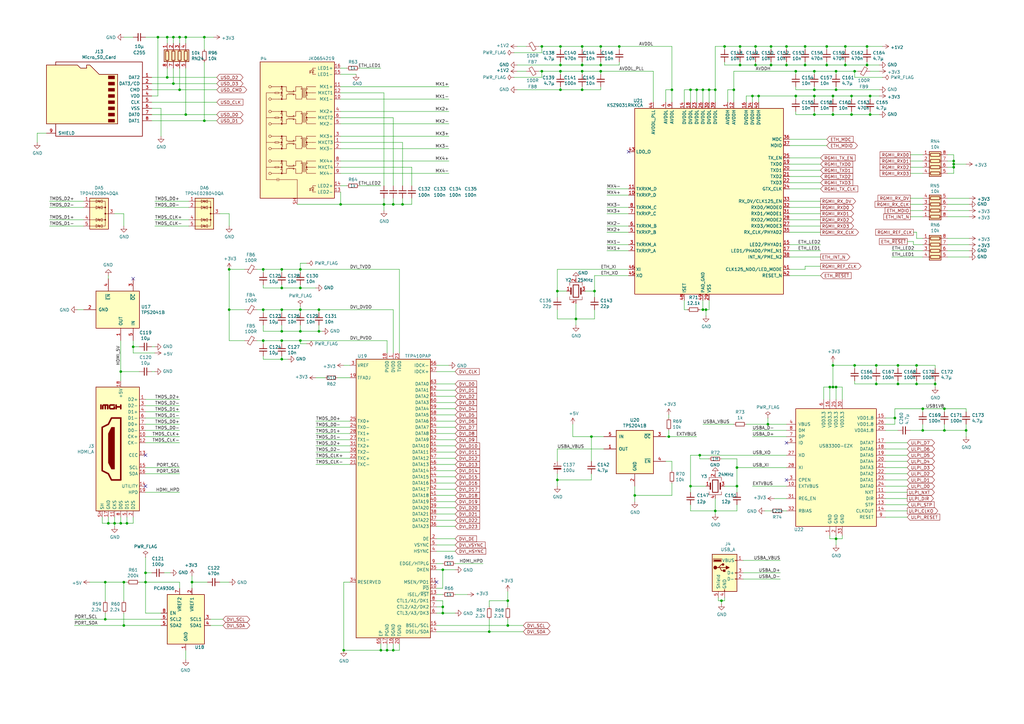
<source format=kicad_sch>
(kicad_sch (version 20211123) (generator eeschema)

  (uuid 3bd74833-a755-446f-8aa1-430ab83471b4)

  (paper "A3")

  

  (junction (at 330.2 26.67) (diameter 0) (color 0 0 0 0)
    (uuid 01457e33-66ac-49e0-9033-79afcb1684db)
  )
  (junction (at 107.95 110.49) (diameter 0) (color 0 0 0 0)
    (uuid 01eecbde-a293-4e72-9ab7-4a5a43218203)
  )
  (junction (at 50.8 238.76) (diameter 0) (color 0 0 0 0)
    (uuid 04b002c5-b0ed-45ea-8acf-6f312ef24433)
  )
  (junction (at 242.57 179.07) (diameter 0) (color 0 0 0 0)
    (uuid 04c88aad-4327-4139-9219-ce6c34f549b0)
  )
  (junction (at 222.25 29.21) (diameter 0) (color 0 0 0 0)
    (uuid 062c5eb7-6836-4bfa-ad81-bf90341d9ed5)
  )
  (junction (at 378.46 176.53) (diameter 0) (color 0 0 0 0)
    (uuid 08bb1afe-a1b6-4526-a9d0-eb5567e3b97c)
  )
  (junction (at 322.58 26.67) (diameter 0) (color 0 0 0 0)
    (uuid 0a01faa3-63b0-48c0-9d41-b752f1de557c)
  )
  (junction (at 254 19.05) (diameter 0) (color 0 0 0 0)
    (uuid 0a387cb0-d479-4aca-9183-6e2fca7f8960)
  )
  (junction (at 123.19 118.11) (diameter 0) (color 0 0 0 0)
    (uuid 0b5ec94a-26df-467c-a489-3c8bcd3fe13d)
  )
  (junction (at 356.87 46.99) (diameter 0) (color 0 0 0 0)
    (uuid 0b6dfab0-dd27-46eb-a9e5-8242d595db25)
  )
  (junction (at 123.19 127) (diameter 0) (color 0 0 0 0)
    (uuid 0d7b6121-7f90-44b2-bdc3-d3f8e3779c1e)
  )
  (junction (at 375.92 157.48) (diameter 0) (color 0 0 0 0)
    (uuid 0e787796-469b-455c-8998-94108cb860b4)
  )
  (junction (at 311.15 39.37) (diameter 0) (color 0 0 0 0)
    (uuid 110987fe-4f33-4568-96f4-a15ba51a26fb)
  )
  (junction (at 342.9 36.83) (diameter 0) (color 0 0 0 0)
    (uuid 11502986-ef60-48a2-9107-6ce72ea61e0b)
  )
  (junction (at 326.39 39.37) (diameter 0) (color 0 0 0 0)
    (uuid 13c319b1-fad2-4bb6-bfb1-e351130e5cd3)
  )
  (junction (at 73.66 15.24) (diameter 0) (color 0 0 0 0)
    (uuid 1651b684-e3e9-4a15-acf6-2aa546db287e)
  )
  (junction (at 391.16 68.58) (diameter 0) (color 0 0 0 0)
    (uuid 16872fdd-8c6c-4def-88e5-e8d068ac77b4)
  )
  (junction (at 297.18 19.05) (diameter 0) (color 0 0 0 0)
    (uuid 18bbdfbf-6e37-4669-b13d-574508abaef4)
  )
  (junction (at 200.66 259.08) (diameter 0) (color 0 0 0 0)
    (uuid 1d06ed06-5865-4bc1-8800-660cd3551932)
  )
  (junction (at 229.87 29.21) (diameter 0) (color 0 0 0 0)
    (uuid 1e061015-309e-4ce5-b322-afc341ef6844)
  )
  (junction (at 139.7 83.82) (diameter 0) (color 0 0 0 0)
    (uuid 20d25cef-ebb6-4a11-9c91-dc241224cf11)
  )
  (junction (at 229.87 26.67) (diameter 0) (color 0 0 0 0)
    (uuid 227e9c58-ab94-453b-9102-a63e55175dd2)
  )
  (junction (at 375.92 149.86) (diameter 0) (color 0 0 0 0)
    (uuid 23a52edf-37ff-4d13-a513-732edf33aba9)
  )
  (junction (at 107.95 139.7) (diameter 0) (color 0 0 0 0)
    (uuid 25cb18bf-d44f-452a-b786-c6831b0227de)
  )
  (junction (at 339.09 26.67) (diameter 0) (color 0 0 0 0)
    (uuid 284132f2-8c49-491a-9b8e-f6cffd426317)
  )
  (junction (at 326.39 29.21) (diameter 0) (color 0 0 0 0)
    (uuid 2a128a07-a6c7-4ded-b488-2b71ebe50931)
  )
  (junction (at 391.16 66.04) (diameter 0) (color 0 0 0 0)
    (uuid 2b5bc44a-2b24-4594-b714-8783625cfa9c)
  )
  (junction (at 161.29 83.82) (diameter 0) (color 0 0 0 0)
    (uuid 2ce15560-87e2-4227-ac08-0adeae2f86f4)
  )
  (junction (at 115.57 127) (diameter 0) (color 0 0 0 0)
    (uuid 2dc0ff42-a024-4f7e-b860-fa3f7a5c12c9)
  )
  (junction (at 76.2 46.99) (diameter 0) (color 0 0 0 0)
    (uuid 2ed4c491-5c88-4c70-8a70-1b8f68b5af75)
  )
  (junction (at 287.02 186.69) (diameter 0) (color 0 0 0 0)
    (uuid 30855da1-a798-47ba-9a14-898099c3f495)
  )
  (junction (at 115.57 147.32) (diameter 0) (color 0 0 0 0)
    (uuid 33bd04f3-9a8e-4dbf-b6ed-9b91448781b6)
  )
  (junction (at 341.63 158.75) (diameter 0) (color 0 0 0 0)
    (uuid 35effd3a-84fe-4268-bade-3a4b727c5e22)
  )
  (junction (at 107.95 127) (diameter 0) (color 0 0 0 0)
    (uuid 360ca8ec-0b3c-49cc-b043-c78dd2637480)
  )
  (junction (at 83.82 15.24) (diameter 0) (color 0 0 0 0)
    (uuid 3843b0fe-0527-4128-8f26-3759f682d208)
  )
  (junction (at 341.63 46.99) (diameter 0) (color 0 0 0 0)
    (uuid 3853fd75-af9d-45da-8752-a36110490c69)
  )
  (junction (at 342.9 220.98) (diameter 0) (color 0 0 0 0)
    (uuid 3b33e527-3a1d-4400-a47b-0d64dc17884c)
  )
  (junction (at 161.29 266.7) (diameter 0) (color 0 0 0 0)
    (uuid 3e3a6d12-2d26-4cac-b4d5-aabf78002216)
  )
  (junction (at 346.71 19.05) (diameter 0) (color 0 0 0 0)
    (uuid 3e51a5ff-e691-47a2-abae-8f2ef54ec1e9)
  )
  (junction (at 383.54 157.48) (diameter 0) (color 0 0 0 0)
    (uuid 3ec2bf3a-6bed-4789-a0ba-6bc23d1c8673)
  )
  (junction (at 54.61 142.24) (diameter 0) (color 0 0 0 0)
    (uuid 42a5abe5-c595-46f1-95c5-1fa37e63502d)
  )
  (junction (at 156.21 266.7) (diameter 0) (color 0 0 0 0)
    (uuid 463a00df-9337-43a7-8023-0c4d9fba780e)
  )
  (junction (at 78.74 238.76) (diameter 0) (color 0 0 0 0)
    (uuid 46d6e09b-0f18-436f-9ed3-ae299c21e698)
  )
  (junction (at 49.53 214.63) (diameter 0) (color 0 0 0 0)
    (uuid 46fc3b87-8ec2-40fc-9d8a-d70de43a78ca)
  )
  (junction (at 368.3 157.48) (diameter 0) (color 0 0 0 0)
    (uuid 473f52cf-da61-4e6f-ab47-155b37334045)
  )
  (junction (at 396.24 176.53) (diameter 0) (color 0 0 0 0)
    (uuid 4845f7a6-c463-4580-b93c-913e05be62b5)
  )
  (junction (at 123.19 110.49) (diameter 0) (color 0 0 0 0)
    (uuid 4957628a-0487-4b2e-9e46-2b76a5391512)
  )
  (junction (at 350.52 29.21) (diameter 0) (color 0 0 0 0)
    (uuid 4ff1360d-0c02-44dc-8860-12e10db463d9)
  )
  (junction (at 260.35 203.2) (diameter 0) (color 0 0 0 0)
    (uuid 539c223d-4c89-43be-9522-962edeb6a69a)
  )
  (junction (at 236.22 130.81) (diameter 0) (color 0 0 0 0)
    (uuid 5697aad3-3e4a-490a-b02f-474ea55f0389)
  )
  (junction (at 283.21 199.39) (diameter 0) (color 0 0 0 0)
    (uuid 59955fd7-b909-4fcc-88a1-542d5988a5f5)
  )
  (junction (at 293.37 36.83) (diameter 0) (color 0 0 0 0)
    (uuid 5a585051-aac6-401c-ae1a-a22d336d75a4)
  )
  (junction (at 115.57 118.11) (diameter 0) (color 0 0 0 0)
    (uuid 5abefae0-a9ce-45ed-aaa9-44c2a04ab141)
  )
  (junction (at 309.88 19.05) (diameter 0) (color 0 0 0 0)
    (uuid 5c991ff0-abca-4508-9724-4c099120e979)
  )
  (junction (at 181.61 251.46) (diameter 0) (color 0 0 0 0)
    (uuid 5f9926f8-8112-410f-b924-a3170bcb79f9)
  )
  (junction (at 243.84 119.38) (diameter 0) (color 0 0 0 0)
    (uuid 62078be1-3350-4a00-965d-dc72a856d267)
  )
  (junction (at 275.59 36.83) (diameter 0) (color 0 0 0 0)
    (uuid 62b2372b-2a04-4a6b-aa3b-f89b46e41f95)
  )
  (junction (at 359.41 149.86) (diameter 0) (color 0 0 0 0)
    (uuid 65f05c14-1509-40cc-941e-7749c670078f)
  )
  (junction (at 288.29 36.83) (diameter 0) (color 0 0 0 0)
    (uuid 6679859c-171d-4173-a182-77f6cae674b6)
  )
  (junction (at 93.98 127) (diameter 0) (color 0 0 0 0)
    (uuid 6798fa25-2964-4341-bb01-c409d4da9cf7)
  )
  (junction (at 330.2 19.05) (diameter 0) (color 0 0 0 0)
    (uuid 68af0a1c-fc44-47c5-a4fc-347a137bfc49)
  )
  (junction (at 59.69 234.95) (diameter 0) (color 0 0 0 0)
    (uuid 6ad9c4cb-6ad3-482d-a42f-791cf8bbee48)
  )
  (junction (at 356.87 39.37) (diameter 0) (color 0 0 0 0)
    (uuid 6f655fc0-d04c-4f7b-bea3-077023f41e79)
  )
  (junction (at 238.76 26.67) (diameter 0) (color 0 0 0 0)
    (uuid 6fc223f0-0a02-4402-9d6c-3db739381587)
  )
  (junction (at 339.09 19.05) (diameter 0) (color 0 0 0 0)
    (uuid 702e11aa-e131-4f3e-9cb9-c36bd9e55c7c)
  )
  (junction (at 76.2 15.24) (diameter 0) (color 0 0 0 0)
    (uuid 70797343-81a1-4e35-ad6a-e817564246ed)
  )
  (junction (at 238.76 36.83) (diameter 0) (color 0 0 0 0)
    (uuid 746ab657-ddb0-4f8e-868b-034beea2f595)
  )
  (junction (at 341.63 39.37) (diameter 0) (color 0 0 0 0)
    (uuid 761d2383-5644-4944-8337-2c09422acada)
  )
  (junction (at 346.71 26.67) (diameter 0) (color 0 0 0 0)
    (uuid 7929556d-425b-44d6-ad09-9242e3f58d81)
  )
  (junction (at 314.96 173.99) (diameter 0) (color 0 0 0 0)
    (uuid 7a9ff2ff-18f2-4d56-b826-1f29287d27e3)
  )
  (junction (at 228.6 196.85) (diameter 0) (color 0 0 0 0)
    (uuid 7bdd248d-17c3-4d96-bcb0-d3f0694197cc)
  )
  (junction (at 293.37 209.55) (diameter 0) (color 0 0 0 0)
    (uuid 7ea1c23c-14e5-40d7-b438-68ee8039d86d)
  )
  (junction (at 238.76 29.21) (diameter 0) (color 0 0 0 0)
    (uuid 7ed6bb29-502e-4601-b242-c6a6b89cf86f)
  )
  (junction (at 158.75 266.7) (diameter 0) (color 0 0 0 0)
    (uuid 80298442-b7af-407f-8822-aa8223e7a3c9)
  )
  (junction (at 123.19 139.7) (diameter 0) (color 0 0 0 0)
    (uuid 8405edac-9de7-4481-af71-7960a3faa202)
  )
  (junction (at 349.25 39.37) (diameter 0) (color 0 0 0 0)
    (uuid 84bc6553-e89b-4e2b-a228-bd1ade5ad5fb)
  )
  (junction (at 303.53 19.05) (diameter 0) (color 0 0 0 0)
    (uuid 85ac60a8-646f-43a3-8598-0cd6f0bd53f4)
  )
  (junction (at 238.76 19.05) (diameter 0) (color 0 0 0 0)
    (uuid 85de2247-de34-49ef-8b91-04c2031b1693)
  )
  (junction (at 165.1 83.82) (diameter 0) (color 0 0 0 0)
    (uuid 889a510c-3737-42aa-a732-dc3c30027ec5)
  )
  (junction (at 44.45 214.63) (diameter 0) (color 0 0 0 0)
    (uuid 8963f422-92ba-41b9-9759-e9fbd682fb7d)
  )
  (junction (at 93.98 110.49) (diameter 0) (color 0 0 0 0)
    (uuid 8a4524ad-8c8d-412a-b355-fd4795b692d3)
  )
  (junction (at 303.53 26.67) (diameter 0) (color 0 0 0 0)
    (uuid 8c4a7192-1359-491d-ba2d-fe0e590b2c31)
  )
  (junction (at 285.75 36.83) (diameter 0) (color 0 0 0 0)
    (uuid 8e82036a-9d2a-473f-bde0-dc4d8fd90eaa)
  )
  (junction (at 289.56 127) (diameter 0) (color 0 0 0 0)
    (uuid 968fc3d1-8457-4524-a323-6c5cd27c0f98)
  )
  (junction (at 68.58 31.75) (diameter 0) (color 0 0 0 0)
    (uuid 96e81bca-7b61-45b0-a84b-5f3b3b51f0d1)
  )
  (junction (at 334.01 29.21) (diameter 0) (color 0 0 0 0)
    (uuid 9ab0b5f4-e99e-42fa-b975-ecd83952340a)
  )
  (junction (at 349.25 46.99) (diameter 0) (color 0 0 0 0)
    (uuid 9ae17316-7da4-4230-9dd0-d52aea7f8c93)
  )
  (junction (at 309.88 26.67) (diameter 0) (color 0 0 0 0)
    (uuid 9c2986e2-e7a3-48cd-9c0f-fb33dfb875b0)
  )
  (junction (at 290.83 36.83) (diameter 0) (color 0 0 0 0)
    (uuid 9d846440-8dcb-4b9c-b3b7-54cbfec44054)
  )
  (junction (at 342.9 29.21) (diameter 0) (color 0 0 0 0)
    (uuid 9f45c2e1-5058-4d3e-94a1-6b3749545d34)
  )
  (junction (at 368.3 149.86) (diameter 0) (color 0 0 0 0)
    (uuid a09e391f-19a5-46ee-9dce-6c3afc0faeb6)
  )
  (junction (at 302.26 199.39) (diameter 0) (color 0 0 0 0)
    (uuid a499c07a-276f-4fb1-bfec-41bcaf689d24)
  )
  (junction (at 208.28 256.54) (diameter 0) (color 0 0 0 0)
    (uuid a5943953-734f-4489-8e77-ba773d209f2c)
  )
  (junction (at 300.99 36.83) (diameter 0) (color 0 0 0 0)
    (uuid a6d8637e-99b1-4013-b4b6-3fa8f03f0491)
  )
  (junction (at 367.03 171.45) (diameter 0) (color 0 0 0 0)
    (uuid a76cb906-816f-4ca6-bd29-e27247872620)
  )
  (junction (at 130.81 127) (diameter 0) (color 0 0 0 0)
    (uuid a82e494b-5509-4de2-b2b6-cdfa76ec8710)
  )
  (junction (at 334.01 36.83) (diameter 0) (color 0 0 0 0)
    (uuid a8b23312-d38b-4f0c-bdfa-869245cab8a5)
  )
  (junction (at 46.99 214.63) (diameter 0) (color 0 0 0 0)
    (uuid a8b3b657-f17c-4d53-b566-5d63b19eed12)
  )
  (junction (at 229.87 36.83) (diameter 0) (color 0 0 0 0)
    (uuid aa9ec25a-7831-48d8-9cc6-6940fd9de3e9)
  )
  (junction (at 246.38 26.67) (diameter 0) (color 0 0 0 0)
    (uuid aaedf2ea-4032-4703-9274-9907b7dc3e85)
  )
  (junction (at 308.61 39.37) (diameter 0) (color 0 0 0 0)
    (uuid b25517cb-8e42-49de-9b58-c637dbdea4dd)
  )
  (junction (at 64.77 15.24) (diameter 0) (color 0 0 0 0)
    (uuid b29cdeab-5283-443c-b5cb-f377e2fd461d)
  )
  (junction (at 115.57 110.49) (diameter 0) (color 0 0 0 0)
    (uuid b415c423-e6a1-4c92-bdcb-991c93b1b91e)
  )
  (junction (at 43.18 254) (diameter 0) (color 0 0 0 0)
    (uuid b6b8bda5-5661-4064-be15-6c0d70a33b99)
  )
  (junction (at 71.12 15.24) (diameter 0) (color 0 0 0 0)
    (uuid b6d90455-bd2c-4ecb-9aad-3c2380c05fd9)
  )
  (junction (at 355.6 19.05) (diameter 0) (color 0 0 0 0)
    (uuid ba0ee18c-9549-4b99-a18a-24e941e5cfd1)
  )
  (junction (at 274.32 179.07) (diameter 0) (color 0 0 0 0)
    (uuid ba100789-d860-45eb-a190-7e59d2c3df43)
  )
  (junction (at 322.58 19.05) (diameter 0) (color 0 0 0 0)
    (uuid bf706448-fc99-4803-a885-1d77c642cf96)
  )
  (junction (at 115.57 135.89) (diameter 0) (color 0 0 0 0)
    (uuid bfad70dc-5721-4839-82a0-2802710cc839)
  )
  (junction (at 316.23 26.67) (diameter 0) (color 0 0 0 0)
    (uuid c1741a96-2771-4bf7-889e-5f38cdcc8f2d)
  )
  (junction (at 52.07 214.63) (diameter 0) (color 0 0 0 0)
    (uuid c2b59683-731d-4a67-bcc8-6d14d08717c6)
  )
  (junction (at 316.23 19.05) (diameter 0) (color 0 0 0 0)
    (uuid c3e789ae-32f1-4006-8cba-b0bb5bd531b5)
  )
  (junction (at 49.53 152.4) (diameter 0) (color 0 0 0 0)
    (uuid c47ba4b0-9eba-463f-b07d-247a81019fe9)
  )
  (junction (at 43.18 238.76) (diameter 0) (color 0 0 0 0)
    (uuid c6e080f2-c535-4467-98bf-40ee712b30f3)
  )
  (junction (at 228.6 119.38) (diameter 0) (color 0 0 0 0)
    (uuid ca4d28c1-2261-45bd-a400-79e25e8d36fe)
  )
  (junction (at 73.66 36.83) (diameter 0) (color 0 0 0 0)
    (uuid ccd521ea-738b-4be1-8341-0db4eb7f99d7)
  )
  (junction (at 71.12 34.29) (diameter 0) (color 0 0 0 0)
    (uuid cdbc84b8-5e0a-42c8-989d-41c382e13f9e)
  )
  (junction (at 288.29 127) (diameter 0) (color 0 0 0 0)
    (uuid cdd81664-a19a-4156-8f2c-9520007336eb)
  )
  (junction (at 387.35 176.53) (diameter 0) (color 0 0 0 0)
    (uuid cebeb080-fe76-40f5-9900-c193c3760ee3)
  )
  (junction (at 387.35 167.64) (diameter 0) (color 0 0 0 0)
    (uuid d067cfdd-9cbd-47ea-b843-39bf31c3907e)
  )
  (junction (at 222.25 19.05) (diameter 0) (color 0 0 0 0)
    (uuid d1b7f418-9e19-466c-a6cc-9f273a108a6d)
  )
  (junction (at 334.01 39.37) (diameter 0) (color 0 0 0 0)
    (uuid d21d5d47-0d67-4a80-848a-647eaee9d7c0)
  )
  (junction (at 229.87 19.05) (diameter 0) (color 0 0 0 0)
    (uuid d3274775-52ca-435c-b875-36e04cef695a)
  )
  (junction (at 115.57 139.7) (diameter 0) (color 0 0 0 0)
    (uuid d34cc54b-27f2-48ec-8321-de92a59c0319)
  )
  (junction (at 246.38 19.05) (diameter 0) (color 0 0 0 0)
    (uuid d60723be-0ece-433c-a3cc-8d026e9d4965)
  )
  (junction (at 334.01 46.99) (diameter 0) (color 0 0 0 0)
    (uuid d641d363-0a8f-400f-8c5d-12ebee365869)
  )
  (junction (at 68.58 15.24) (diameter 0) (color 0 0 0 0)
    (uuid d6564cac-5ea8-4cbe-b776-b55834e12c79)
  )
  (junction (at 350.52 149.86) (diameter 0) (color 0 0 0 0)
    (uuid d6c42d54-c6c2-425a-a6a5-19a8133adb07)
  )
  (junction (at 378.46 167.64) (diameter 0) (color 0 0 0 0)
    (uuid d817a4af-a300-49a0-bdcd-6ec71caf4621)
  )
  (junction (at 208.28 246.38) (diameter 0) (color 0 0 0 0)
    (uuid dbcf42ac-6a52-4825-8bad-b9d324c6239a)
  )
  (junction (at 355.6 26.67) (diameter 0) (color 0 0 0 0)
    (uuid df42436b-ed24-42f0-995f-306f770e3594)
  )
  (junction (at 342.9 158.75) (diameter 0) (color 0 0 0 0)
    (uuid e1bf30db-66ce-4074-b629-47f16c2b8378)
  )
  (junction (at 50.8 256.54) (diameter 0) (color 0 0 0 0)
    (uuid e1c5f594-2039-484d-9cd6-db3b8d163c42)
  )
  (junction (at 283.21 36.83) (diameter 0) (color 0 0 0 0)
    (uuid e1cd0c8d-cf7c-4965-838e-473d8cb362f4)
  )
  (junction (at 341.63 149.86) (diameter 0) (color 0 0 0 0)
    (uuid e22e9ca0-b889-4189-99da-ee75afdcf3c6)
  )
  (junction (at 391.16 67.31) (diameter 0) (color 0 0 0 0)
    (uuid e364360b-a897-483b-a4a7-a964e0228b8a)
  )
  (junction (at 295.91 246.38) (diameter 0) (color 0 0 0 0)
    (uuid e61601a3-7f2a-4f86-ac55-ff712b6b80d5)
  )
  (junction (at 140.97 266.7) (diameter 0) (color 0 0 0 0)
    (uuid e8530dea-0420-47e6-8fcf-1fefae5679ea)
  )
  (junction (at 83.82 49.53) (diameter 0) (color 0 0 0 0)
    (uuid e8bbd270-d7de-48a7-8761-9faf7032a12f)
  )
  (junction (at 340.36 158.75) (diameter 0) (color 0 0 0 0)
    (uuid e8ec03d5-ac27-47af-8fc6-05040833200c)
  )
  (junction (at 181.61 233.68) (diameter 0) (color 0 0 0 0)
    (uuid ea34faf6-0cf9-43ce-bb57-04ea98d2ec30)
  )
  (junction (at 123.19 135.89) (diameter 0) (color 0 0 0 0)
    (uuid eebda813-c0ff-4750-af93-f7ebc01bf0ac)
  )
  (junction (at 302.26 191.77) (diameter 0) (color 0 0 0 0)
    (uuid f1ee0cd5-9267-462c-9d04-1dd00febaf6c)
  )
  (junction (at 130.81 135.89) (diameter 0) (color 0 0 0 0)
    (uuid f3517870-3b27-421a-a161-e82745a8c4b6)
  )
  (junction (at 359.41 157.48) (diameter 0) (color 0 0 0 0)
    (uuid f39940f5-324d-4183-bee2-95daf1e93a8a)
  )
  (junction (at 59.69 238.76) (diameter 0) (color 0 0 0 0)
    (uuid f3afe71a-cec9-4aa9-b864-f96ca420f981)
  )
  (junction (at 246.38 29.21) (diameter 0) (color 0 0 0 0)
    (uuid f92898c7-af59-44b0-93fc-c42c61c700d2)
  )
  (junction (at 181.61 248.92) (diameter 0) (color 0 0 0 0)
    (uuid f9d9c79f-b842-4111-beeb-18fb438ffe8c)
  )
  (junction (at 157.48 83.82) (diameter 0) (color 0 0 0 0)
    (uuid fab6aafd-62f0-4c54-8d42-c94ad0e837c8)
  )

  (no_connect (at 322.58 196.85) (uuid 0e91d70c-732b-4995-8e69-ec48a82851d2))
  (no_connect (at 59.69 186.69) (uuid 4594870e-7288-4be0-bd9e-265e072f866e))
  (no_connect (at 54.61 114.3) (uuid 5a1788ae-4b4f-41c3-bc89-70d2cc1c7107))
  (no_connect (at 257.81 62.23) (uuid 6b671798-1743-480c-b249-7a8b5b4827bb))
  (no_connect (at 179.07 238.76) (uuid 70a127e9-79f3-41c3-8c73-eec9f59dcd12))
  (no_connect (at 59.69 199.39) (uuid a2b3dcd7-9496-4e82-b950-b30a0c038027))
  (no_connect (at 322.58 181.61) (uuid ba43ffc7-9939-4f27-b1ae-66184fc91159))

  (wire (pts (xy 387.35 168.91) (xy 387.35 167.64))
    (stroke (width 0) (type default) (color 0 0 0 0))
    (uuid 01184e9e-85fe-4c59-b283-0b39fc2c1c74)
  )
  (wire (pts (xy 78.74 236.22) (xy 78.74 238.76))
    (stroke (width 0) (type default) (color 0 0 0 0))
    (uuid 012d71e2-f7b3-4365-bae1-bc25e2fb71f3)
  )
  (wire (pts (xy 355.6 26.67) (xy 346.71 26.67))
    (stroke (width 0) (type default) (color 0 0 0 0))
    (uuid 015fa70a-01bb-42d3-867f-9ad31716b2dc)
  )
  (wire (pts (xy 375.92 97.79) (xy 378.46 97.79))
    (stroke (width 0) (type default) (color 0 0 0 0))
    (uuid 01782e67-732d-45b6-970a-e364bbc0edbe)
  )
  (wire (pts (xy 375.92 95.25) (xy 375.92 97.79))
    (stroke (width 0) (type default) (color 0 0 0 0))
    (uuid 018b4c1b-c3c1-4cb7-8c47-1a7e883f4a48)
  )
  (wire (pts (xy 181.61 251.46) (xy 186.69 251.46))
    (stroke (width 0) (type default) (color 0 0 0 0))
    (uuid 01de15a0-84da-4f60-824d-f9dcf37842db)
  )
  (wire (pts (xy 68.58 31.75) (xy 62.23 31.75))
    (stroke (width 0) (type default) (color 0 0 0 0))
    (uuid 01fe0673-e3e2-493d-a15d-1b14d44b4f5d)
  )
  (wire (pts (xy 274.32 179.07) (xy 273.05 179.07))
    (stroke (width 0) (type default) (color 0 0 0 0))
    (uuid 0220cbf1-275b-42e9-94df-fcc43f927b79)
  )
  (wire (pts (xy 130.81 135.89) (xy 123.19 135.89))
    (stroke (width 0) (type default) (color 0 0 0 0))
    (uuid 02491bbb-cb96-493b-8bb3-814023a19ab7)
  )
  (wire (pts (xy 303.53 25.4) (xy 303.53 26.67))
    (stroke (width 0) (type default) (color 0 0 0 0))
    (uuid 028c2554-e0ad-4637-8b50-b81a881a1e45)
  )
  (wire (pts (xy 336.55 95.25) (xy 323.85 95.25))
    (stroke (width 0) (type default) (color 0 0 0 0))
    (uuid 0346e747-5b06-455e-b702-31b2e3efdb27)
  )
  (wire (pts (xy 330.2 26.67) (xy 330.2 25.4))
    (stroke (width 0) (type default) (color 0 0 0 0))
    (uuid 03553fd2-3305-4aa0-ab6f-aab97d466951)
  )
  (wire (pts (xy 186.69 162.56) (xy 179.07 162.56))
    (stroke (width 0) (type default) (color 0 0 0 0))
    (uuid 03c2471f-f1dc-41ce-ad1a-5ddfe055600b)
  )
  (wire (pts (xy 57.15 142.24) (xy 54.61 142.24))
    (stroke (width 0) (type default) (color 0 0 0 0))
    (uuid 03ce18ae-91ff-4981-997c-3d4256dc0d85)
  )
  (wire (pts (xy 367.03 173.99) (xy 367.03 171.45))
    (stroke (width 0) (type default) (color 0 0 0 0))
    (uuid 0448f5e2-4011-4145-957d-d75848fa24d2)
  )
  (wire (pts (xy 238.76 35.56) (xy 238.76 36.83))
    (stroke (width 0) (type default) (color 0 0 0 0))
    (uuid 0489c87a-226f-4b54-a9ff-6098398e55b0)
  )
  (wire (pts (xy 340.36 158.75) (xy 337.82 158.75))
    (stroke (width 0) (type default) (color 0 0 0 0))
    (uuid 04c81e39-c6fc-4b00-94d7-0c202a8ffaac)
  )
  (wire (pts (xy 107.95 147.32) (xy 107.95 146.05))
    (stroke (width 0) (type default) (color 0 0 0 0))
    (uuid 0577de3a-536f-4bfd-9685-014223bedcf4)
  )
  (wire (pts (xy 66.04 44.45) (xy 62.23 44.45))
    (stroke (width 0) (type default) (color 0 0 0 0))
    (uuid 05b83134-9331-400a-9b79-e3ef7995dec7)
  )
  (wire (pts (xy 368.3 157.48) (xy 375.92 157.48))
    (stroke (width 0) (type default) (color 0 0 0 0))
    (uuid 069e28c5-d53b-46ac-8fa3-85c5ac5194b9)
  )
  (wire (pts (xy 139.7 60.96) (xy 184.15 60.96))
    (stroke (width 0) (type default) (color 0 0 0 0))
    (uuid 073e0c22-3cad-4f43-8a08-30b4c43d5acd)
  )
  (wire (pts (xy 326.39 35.56) (xy 326.39 36.83))
    (stroke (width 0) (type default) (color 0 0 0 0))
    (uuid 075148d2-5008-4850-883b-6ed21fc146a3)
  )
  (wire (pts (xy 139.7 40.64) (xy 184.15 40.64))
    (stroke (width 0) (type default) (color 0 0 0 0))
    (uuid 07921359-6000-48aa-ae60-ba656dfad571)
  )
  (wire (pts (xy 139.7 55.88) (xy 184.15 55.88))
    (stroke (width 0) (type default) (color 0 0 0 0))
    (uuid 07b4a3df-2fd3-4a52-a3d7-215b8e40bec5)
  )
  (wire (pts (xy 123.19 110.49) (xy 115.57 110.49))
    (stroke (width 0) (type default) (color 0 0 0 0))
    (uuid 07f1eaca-bc04-49f8-b898-b89b32566529)
  )
  (wire (pts (xy 73.66 36.83) (xy 62.23 36.83))
    (stroke (width 0) (type default) (color 0 0 0 0))
    (uuid 081e7f50-a94f-4335-bde0-fe904a678450)
  )
  (wire (pts (xy 31.75 127) (xy 34.29 127))
    (stroke (width 0) (type default) (color 0 0 0 0))
    (uuid 084f732e-5fa9-4b22-9cf8-e1d4cb658416)
  )
  (wire (pts (xy 330.2 19.05) (xy 339.09 19.05))
    (stroke (width 0) (type default) (color 0 0 0 0))
    (uuid 08b3f3a0-5173-46c7-ba1a-e61eec7f0e10)
  )
  (wire (pts (xy 179.07 256.54) (xy 208.28 256.54))
    (stroke (width 0) (type default) (color 0 0 0 0))
    (uuid 0986fe02-ac00-4f06-83f6-034bedbb1c97)
  )
  (wire (pts (xy 300.99 36.83) (xy 300.99 41.91))
    (stroke (width 0) (type default) (color 0 0 0 0))
    (uuid 0a3e2556-401f-45ea-86bf-4613326e2786)
  )
  (wire (pts (xy 372.11 99.06) (xy 374.65 99.06))
    (stroke (width 0) (type default) (color 0 0 0 0))
    (uuid 0aaf45d2-d8df-477f-ab22-35f6de5a8cd2)
  )
  (wire (pts (xy 115.57 147.32) (xy 107.95 147.32))
    (stroke (width 0) (type default) (color 0 0 0 0))
    (uuid 0ac15132-749b-443d-b739-4c99cddeb03e)
  )
  (wire (pts (xy 107.95 118.11) (xy 107.95 116.84))
    (stroke (width 0) (type default) (color 0 0 0 0))
    (uuid 0b1c0932-5ee5-4a35-8347-0b5753df035b)
  )
  (wire (pts (xy 378.46 176.53) (xy 387.35 176.53))
    (stroke (width 0) (type default) (color 0 0 0 0))
    (uuid 0c4b150a-fbd1-41ab-8224-3f6091454951)
  )
  (wire (pts (xy 161.29 127) (xy 161.29 144.78))
    (stroke (width 0) (type default) (color 0 0 0 0))
    (uuid 0c669b45-939e-47f4-a496-9f4d58506cf3)
  )
  (wire (pts (xy 100.33 139.7) (xy 93.98 139.7))
    (stroke (width 0) (type default) (color 0 0 0 0))
    (uuid 0cf8c7c6-b5b2-4655-88cf-d64041bd1426)
  )
  (wire (pts (xy 123.19 128.27) (xy 123.19 127))
    (stroke (width 0) (type default) (color 0 0 0 0))
    (uuid 0d07f57a-0627-4a77-b9fd-2fc33388738c)
  )
  (wire (pts (xy 63.5 142.24) (xy 62.23 142.24))
    (stroke (width 0) (type default) (color 0 0 0 0))
    (uuid 0d45244c-19ee-4003-860f-d74d27c775cb)
  )
  (wire (pts (xy 50.8 15.24) (xy 54.61 15.24))
    (stroke (width 0) (type default) (color 0 0 0 0))
    (uuid 0d8fafdd-144b-4411-ac8f-a665be9b47c2)
  )
  (wire (pts (xy 378.46 168.91) (xy 378.46 167.64))
    (stroke (width 0) (type default) (color 0 0 0 0))
    (uuid 0e47a383-ab78-4880-8d5f-80f8fe0f8a76)
  )
  (wire (pts (xy 322.58 19.05) (xy 330.2 19.05))
    (stroke (width 0) (type default) (color 0 0 0 0))
    (uuid 0e64c783-57f9-4190-ae28-2d8abe5a12a2)
  )
  (wire (pts (xy 20.32 82.55) (xy 34.29 82.55))
    (stroke (width 0) (type default) (color 0 0 0 0))
    (uuid 0ea168ae-a83f-4007-96d2-fda193df4e77)
  )
  (wire (pts (xy 208.28 254) (xy 208.28 256.54))
    (stroke (width 0) (type default) (color 0 0 0 0))
    (uuid 0ee308b7-66d0-4c2a-bfd7-8c0a0982d596)
  )
  (wire (pts (xy 181.61 246.38) (xy 181.61 248.92))
    (stroke (width 0) (type default) (color 0 0 0 0))
    (uuid 0ef00fed-e057-4ac7-8f20-4ca7a4546463)
  )
  (wire (pts (xy 349.25 45.72) (xy 349.25 46.99))
    (stroke (width 0) (type default) (color 0 0 0 0))
    (uuid 0f43b45a-52fe-4316-bb2e-1d8808179a81)
  )
  (wire (pts (xy 323.85 100.33) (xy 336.55 100.33))
    (stroke (width 0) (type default) (color 0 0 0 0))
    (uuid 0f8ff2ff-4587-4ac7-9214-acbe6ef35635)
  )
  (wire (pts (xy 391.16 68.58) (xy 391.16 71.12))
    (stroke (width 0) (type default) (color 0 0 0 0))
    (uuid 0fcae710-6f1a-4aab-b010-f8a2bf2ec1de)
  )
  (wire (pts (xy 161.29 81.28) (xy 161.29 83.82))
    (stroke (width 0) (type default) (color 0 0 0 0))
    (uuid 0ff18c78-2e7c-4e5f-a3ec-56a78fd6546f)
  )
  (wire (pts (xy 229.87 19.05) (xy 238.76 19.05))
    (stroke (width 0) (type default) (color 0 0 0 0))
    (uuid 101df4f6-8bd3-4091-afec-1363d1bb9d7a)
  )
  (wire (pts (xy 342.9 220.98) (xy 345.44 220.98))
    (stroke (width 0) (type default) (color 0 0 0 0))
    (uuid 10b08134-ce40-4f17-9cfe-ab021731dd46)
  )
  (wire (pts (xy 341.63 149.86) (xy 341.63 158.75))
    (stroke (width 0) (type default) (color 0 0 0 0))
    (uuid 10c28687-de44-4820-887c-a9a6d8c3c223)
  )
  (wire (pts (xy 129.54 190.5) (xy 143.51 190.5))
    (stroke (width 0) (type default) (color 0 0 0 0))
    (uuid 11968fd5-aa9b-4d7e-b92b-d04b263a0d1e)
  )
  (wire (pts (xy 107.95 139.7) (xy 107.95 140.97))
    (stroke (width 0) (type default) (color 0 0 0 0))
    (uuid 11acedcd-29ac-4d08-9d3c-a10e64dd9bf2)
  )
  (wire (pts (xy 161.29 83.82) (xy 165.1 83.82))
    (stroke (width 0) (type default) (color 0 0 0 0))
    (uuid 137464e6-6783-461f-ae29-8a62e43073c2)
  )
  (wire (pts (xy 46.99 214.63) (xy 49.53 214.63))
    (stroke (width 0) (type default) (color 0 0 0 0))
    (uuid 144da7b2-7177-4af0-84df-d4a5251bcff2)
  )
  (wire (pts (xy 295.91 246.38) (xy 294.64 246.38))
    (stroke (width 0) (type default) (color 0 0 0 0))
    (uuid 1483c42d-73ca-4d74-b855-76bb4ab4e457)
  )
  (wire (pts (xy 228.6 110.49) (xy 257.81 110.49))
    (stroke (width 0) (type default) (color 0 0 0 0))
    (uuid 1490ebfd-a20a-4c85-83ec-b6985083472c)
  )
  (wire (pts (xy 302.26 199.39) (xy 302.26 191.77))
    (stroke (width 0) (type default) (color 0 0 0 0))
    (uuid 1505b07f-78e2-4d1c-b30b-f178c91a6883)
  )
  (wire (pts (xy 186.69 203.2) (xy 179.07 203.2))
    (stroke (width 0) (type default) (color 0 0 0 0))
    (uuid 1563687f-00ec-4d04-ada7-1747959022f2)
  )
  (wire (pts (xy 246.38 30.48) (xy 246.38 29.21))
    (stroke (width 0) (type default) (color 0 0 0 0))
    (uuid 157aea87-1d5c-4ed3-ac67-cd47b4237646)
  )
  (wire (pts (xy 303.53 20.32) (xy 303.53 19.05))
    (stroke (width 0) (type default) (color 0 0 0 0))
    (uuid 157f317a-2bed-4c81-806d-539c241c83ae)
  )
  (wire (pts (xy 342.9 158.75) (xy 345.44 158.75))
    (stroke (width 0) (type default) (color 0 0 0 0))
    (uuid 15d97e84-1d96-4a8c-a864-7b709661b0cb)
  )
  (wire (pts (xy 387.35 167.64) (xy 396.24 167.64))
    (stroke (width 0) (type default) (color 0 0 0 0))
    (uuid 17f8002b-e4ae-4ffb-a240-d738ba11a51d)
  )
  (wire (pts (xy 363.22 173.99) (xy 367.03 173.99))
    (stroke (width 0) (type default) (color 0 0 0 0))
    (uuid 181f5eea-1c0a-4604-88e5-3c714ea35a80)
  )
  (wire (pts (xy 59.69 179.07) (xy 73.66 179.07))
    (stroke (width 0) (type default) (color 0 0 0 0))
    (uuid 1844bde1-d862-413c-ab1a-b38dd597747c)
  )
  (wire (pts (xy 123.19 116.84) (xy 123.19 118.11))
    (stroke (width 0) (type default) (color 0 0 0 0))
    (uuid 186aac23-a6de-45d4-a4fb-6c8c6fa2d6f6)
  )
  (wire (pts (xy 139.7 35.56) (xy 184.15 35.56))
    (stroke (width 0) (type default) (color 0 0 0 0))
    (uuid 18b6c788-d702-46f9-9406-5e61159cb4d7)
  )
  (wire (pts (xy 372.11 204.47) (xy 363.22 204.47))
    (stroke (width 0) (type default) (color 0 0 0 0))
    (uuid 1974c3df-549b-4333-8d82-dc483cf295c9)
  )
  (wire (pts (xy 340.36 163.83) (xy 340.36 158.75))
    (stroke (width 0) (type default) (color 0 0 0 0))
    (uuid 1a03efed-c467-4796-819b-ba8a82c879f3)
  )
  (wire (pts (xy 323.85 113.03) (xy 336.55 113.03))
    (stroke (width 0) (type default) (color 0 0 0 0))
    (uuid 1a18398c-4520-465d-aa3d-637feb31bee6)
  )
  (wire (pts (xy 107.95 139.7) (xy 115.57 139.7))
    (stroke (width 0) (type default) (color 0 0 0 0))
    (uuid 1addd101-1f1a-42d3-8dfd-1006f159d7a9)
  )
  (wire (pts (xy 123.19 133.35) (xy 123.19 135.89))
    (stroke (width 0) (type default) (color 0 0 0 0))
    (uuid 1b59e3e3-b754-4d36-8a2f-2ec147957173)
  )
  (wire (pts (xy 44.45 212.09) (xy 44.45 214.63))
    (stroke (width 0) (type default) (color 0 0 0 0))
    (uuid 1b861a85-d9bf-4865-b36a-c6a31d309e98)
  )
  (wire (pts (xy 274.32 170.18) (xy 274.32 171.45))
    (stroke (width 0) (type default) (color 0 0 0 0))
    (uuid 1c1c75f3-d1f8-4ea2-a615-0ea2d84dae22)
  )
  (wire (pts (xy 248.92 100.33) (xy 257.81 100.33))
    (stroke (width 0) (type default) (color 0 0 0 0))
    (uuid 1cb72f7e-11ab-4176-91bc-c6d6bec51442)
  )
  (wire (pts (xy 356.87 46.99) (xy 356.87 45.72))
    (stroke (width 0) (type default) (color 0 0 0 0))
    (uuid 1e5b258d-b86c-4c5e-8bab-307baa6bab19)
  )
  (wire (pts (xy 350.52 29.21) (xy 342.9 29.21))
    (stroke (width 0) (type default) (color 0 0 0 0))
    (uuid 1ea3620a-a6f3-4014-a3fe-f36bd0e4914f)
  )
  (wire (pts (xy 76.2 266.7) (xy 76.2 270.51))
    (stroke (width 0) (type default) (color 0 0 0 0))
    (uuid 1ebfd1ce-db97-49e5-a8bb-eaf9975d507e)
  )
  (wire (pts (xy 179.07 246.38) (xy 181.61 246.38))
    (stroke (width 0) (type default) (color 0 0 0 0))
    (uuid 1f9225a5-2694-472a-80f8-692c7cad6b9d)
  )
  (wire (pts (xy 346.71 19.05) (xy 355.6 19.05))
    (stroke (width 0) (type default) (color 0 0 0 0))
    (uuid 1fa11cdc-c86c-47c5-8b78-41d41445ea1a)
  )
  (wire (pts (xy 285.75 179.07) (xy 274.32 179.07))
    (stroke (width 0) (type default) (color 0 0 0 0))
    (uuid 1fbdc0de-695f-4e5b-8f75-dee5a9826da9)
  )
  (wire (pts (xy 242.57 179.07) (xy 247.65 179.07))
    (stroke (width 0) (type default) (color 0 0 0 0))
    (uuid 20759c71-20ad-4810-9300-d6809250c97b)
  )
  (wire (pts (xy 289.56 127) (xy 290.83 127))
    (stroke (width 0) (type default) (color 0 0 0 0))
    (uuid 208f54f2-9da1-46a6-b021-16ac9ca44827)
  )
  (wire (pts (xy 143.51 238.76) (xy 140.97 238.76))
    (stroke (width 0) (type default) (color 0 0 0 0))
    (uuid 20bafbea-cd2c-4938-9612-e00d515c276e)
  )
  (wire (pts (xy 43.18 254) (xy 30.48 254))
    (stroke (width 0) (type default) (color 0 0 0 0))
    (uuid 20d6a90c-cc46-4d2b-a0cf-7a348e2553b8)
  )
  (wire (pts (xy 356.87 40.64) (xy 356.87 39.37))
    (stroke (width 0) (type default) (color 0 0 0 0))
    (uuid 2154c0c8-7090-4178-b576-348421e2ee2d)
  )
  (wire (pts (xy 289.56 199.39) (xy 283.21 199.39))
    (stroke (width 0) (type default) (color 0 0 0 0))
    (uuid 218232c0-1464-49ec-8b17-02ccdb6d9e1b)
  )
  (wire (pts (xy 267.97 29.21) (xy 267.97 41.91))
    (stroke (width 0) (type default) (color 0 0 0 0))
    (uuid 21c8209d-2801-4557-87e3-05e0ca0af0f2)
  )
  (wire (pts (xy 326.39 46.99) (xy 334.01 46.99))
    (stroke (width 0) (type default) (color 0 0 0 0))
    (uuid 21e0f70f-915e-4f29-9b6b-6dde824f1d95)
  )
  (wire (pts (xy 391.16 66.04) (xy 388.62 66.04))
    (stroke (width 0) (type default) (color 0 0 0 0))
    (uuid 2211d3bc-0cfc-4860-bd0b-1b9566885205)
  )
  (wire (pts (xy 316.23 20.32) (xy 316.23 19.05))
    (stroke (width 0) (type default) (color 0 0 0 0))
    (uuid 222285df-0229-406c-a7e6-65877c18d42c)
  )
  (wire (pts (xy 59.69 15.24) (xy 64.77 15.24))
    (stroke (width 0) (type default) (color 0 0 0 0))
    (uuid 222a8075-e287-4726-9f81-5e5c80422231)
  )
  (wire (pts (xy 83.82 15.24) (xy 76.2 15.24))
    (stroke (width 0) (type default) (color 0 0 0 0))
    (uuid 22936b11-e0a2-46a2-90f8-8eed7cd22edb)
  )
  (wire (pts (xy 297.18 245.11) (xy 297.18 246.38))
    (stroke (width 0) (type default) (color 0 0 0 0))
    (uuid 22ce88b7-4e40-4427-95f3-9e57b88659f1)
  )
  (wire (pts (xy 326.39 40.64) (xy 326.39 39.37))
    (stroke (width 0) (type default) (color 0 0 0 0))
    (uuid 22ea0152-66a5-4d6e-942f-9d2cd8fc9786)
  )
  (wire (pts (xy 367.03 171.45) (xy 367.03 167.64))
    (stroke (width 0) (type default) (color 0 0 0 0))
    (uuid 2395efed-ecc7-409a-8f8e-e103106cb250)
  )
  (wire (pts (xy 275.59 189.23) (xy 273.05 189.23))
    (stroke (width 0) (type default) (color 0 0 0 0))
    (uuid 2447c3cf-0235-4c74-9b69-a75e2f39daed)
  )
  (wire (pts (xy 316.23 25.4) (xy 316.23 26.67))
    (stroke (width 0) (type default) (color 0 0 0 0))
    (uuid 2473aa42-efdb-4511-9299-08ce8fa2db74)
  )
  (wire (pts (xy 115.57 135.89) (xy 107.95 135.89))
    (stroke (width 0) (type default) (color 0 0 0 0))
    (uuid 24832bf4-38b4-488a-a5eb-7e8edbbeca42)
  )
  (wire (pts (xy 297.18 26.67) (xy 297.18 25.4))
    (stroke (width 0) (type default) (color 0 0 0 0))
    (uuid 2488ab85-821a-4ea2-8e39-d1ff3a9e507b)
  )
  (wire (pts (xy 161.29 266.7) (xy 158.75 266.7))
    (stroke (width 0) (type default) (color 0 0 0 0))
    (uuid 252596f8-1c78-4e9c-818b-b1cc6694ab39)
  )
  (wire (pts (xy 322.58 25.4) (xy 322.58 26.67))
    (stroke (width 0) (type default) (color 0 0 0 0))
    (uuid 253c77f0-62f3-4887-b1a9-f70ca80fc182)
  )
  (wire (pts (xy 285.75 36.83) (xy 288.29 36.83))
    (stroke (width 0) (type default) (color 0 0 0 0))
    (uuid 255634df-9e33-46c8-a81b-b4bc6f14a180)
  )
  (wire (pts (xy 280.67 123.19) (xy 280.67 127))
    (stroke (width 0) (type default) (color 0 0 0 0))
    (uuid 257615fa-e039-4f0a-b30a-732878fdbf69)
  )
  (wire (pts (xy 360.68 36.83) (xy 342.9 36.83))
    (stroke (width 0) (type default) (color 0 0 0 0))
    (uuid 25f02edb-6805-45b4-afc3-8dec1ac6c12a)
  )
  (wire (pts (xy 248.92 95.25) (xy 257.81 95.25))
    (stroke (width 0) (type default) (color 0 0 0 0))
    (uuid 25f1026e-5898-4ae5-9840-f43a0f869bca)
  )
  (wire (pts (xy 373.38 71.12) (xy 378.46 71.12))
    (stroke (width 0) (type default) (color 0 0 0 0))
    (uuid 26aa5de8-5cc6-4c0c-9291-3694ff0c1bde)
  )
  (wire (pts (xy 254 20.32) (xy 254 19.05))
    (stroke (width 0) (type default) (color 0 0 0 0))
    (uuid 278f80a4-15c5-4661-b7b5-f6b0f0a9bb79)
  )
  (wire (pts (xy 186.69 157.48) (xy 179.07 157.48))
    (stroke (width 0) (type default) (color 0 0 0 0))
    (uuid 283ffc9d-5c12-41b4-a9c2-32344150a70c)
  )
  (wire (pts (xy 339.09 25.4) (xy 339.09 26.67))
    (stroke (width 0) (type default) (color 0 0 0 0))
    (uuid 290ed7c5-22e1-456c-8849-371858a6aefa)
  )
  (wire (pts (xy 59.69 238.76) (xy 59.69 251.46))
    (stroke (width 0) (type default) (color 0 0 0 0))
    (uuid 29379a2e-1671-43e9-adb1-d479060cb5f8)
  )
  (wire (pts (xy 342.9 36.83) (xy 342.9 35.56))
    (stroke (width 0) (type default) (color 0 0 0 0))
    (uuid 295895e1-4620-4471-ae96-d3c596ce5845)
  )
  (wire (pts (xy 339.09 26.67) (xy 346.71 26.67))
    (stroke (width 0) (type default) (color 0 0 0 0))
    (uuid 2985b879-b048-413c-bf2d-6a96e4a47202)
  )
  (wire (pts (xy 208.28 246.38) (xy 208.28 248.92))
    (stroke (width 0) (type default) (color 0 0 0 0))
    (uuid 29f5f847-1fd8-49c0-bdf0-e16217b7a3c0)
  )
  (wire (pts (xy 302.26 209.55) (xy 302.26 207.01))
    (stroke (width 0) (type default) (color 0 0 0 0))
    (uuid 2a0f54a3-bf99-431c-9cc9-45c6379d4e59)
  )
  (wire (pts (xy 350.52 157.48) (xy 359.41 157.48))
    (stroke (width 0) (type default) (color 0 0 0 0))
    (uuid 2a92bcbd-58cf-4f30-81af-5394c8b19f02)
  )
  (wire (pts (xy 64.77 39.37) (xy 64.77 15.24))
    (stroke (width 0) (type default) (color 0 0 0 0))
    (uuid 2bb67b4d-0c31-49ea-b592-b174c5e504fc)
  )
  (wire (pts (xy 186.69 172.72) (xy 179.07 172.72))
    (stroke (width 0) (type default) (color 0 0 0 0))
    (uuid 2bef3b83-8e7d-4273-a24d-1a251b747fe1)
  )
  (wire (pts (xy 342.9 220.98) (xy 340.36 220.98))
    (stroke (width 0) (type default) (color 0 0 0 0))
    (uuid 2c48a3c3-35dd-4ce7-99b1-c13b2c8c3e7e)
  )
  (wire (pts (xy 88.9 46.99) (xy 76.2 46.99))
    (stroke (width 0) (type default) (color 0 0 0 0))
    (uuid 2cd1baca-2cb8-4f69-98c3-04c3aeefed76)
  )
  (wire (pts (xy 71.12 34.29) (xy 71.12 27.94))
    (stroke (width 0) (type default) (color 0 0 0 0))
    (uuid 2cd6f937-8f37-4b4b-bfa5-5c4903eac1f3)
  )
  (wire (pts (xy 83.82 49.53) (xy 88.9 49.53))
    (stroke (width 0) (type default) (color 0 0 0 0))
    (uuid 2cfd3a12-a24a-4977-a3db-f0873547c1d5)
  )
  (wire (pts (xy 50.8 251.46) (xy 50.8 256.54))
    (stroke (width 0) (type default) (color 0 0 0 0))
    (uuid 2d7dafbc-daa7-4bcb-9ba8-e0a4927c0ec6)
  )
  (wire (pts (xy 63.5 85.09) (xy 77.47 85.09))
    (stroke (width 0) (type default) (color 0 0 0 0))
    (uuid 2d98f68a-7a54-4271-a1d0-b9381c13c42c)
  )
  (wire (pts (xy 107.95 128.27) (xy 107.95 127))
    (stroke (width 0) (type default) (color 0 0 0 0))
    (uuid 2dc14611-7542-43be-a771-51114249db21)
  )
  (wire (pts (xy 36.83 238.76) (xy 43.18 238.76))
    (stroke (width 0) (type default) (color 0 0 0 0))
    (uuid 2dc963a7-0ad5-45cb-830f-6cbed5489fd8)
  )
  (wire (pts (xy 234.95 173.99) (xy 234.95 179.07))
    (stroke (width 0) (type default) (color 0 0 0 0))
    (uuid 2dd55db4-9dfb-45ba-81fd-2ff6ccd56c87)
  )
  (wire (pts (xy 372.11 196.85) (xy 363.22 196.85))
    (stroke (width 0) (type default) (color 0 0 0 0))
    (uuid 2eaeb95e-73c1-4e2e-bfca-011daee0d781)
  )
  (wire (pts (xy 242.57 196.85) (xy 228.6 196.85))
    (stroke (width 0) (type default) (color 0 0 0 0))
    (uuid 2f396320-ef77-40e4-901e-ac9ffd916e57)
  )
  (wire (pts (xy 363.22 201.93) (xy 372.11 201.93))
    (stroke (width 0) (type default) (color 0 0 0 0))
    (uuid 2f6de145-9ba1-4db0-b4b0-e8b1365f53d5)
  )
  (wire (pts (xy 317.5 204.47) (xy 322.58 204.47))
    (stroke (width 0) (type default) (color 0 0 0 0))
    (uuid 2fbaa487-8b8e-44ef-917a-8ae74a122acc)
  )
  (wire (pts (xy 293.37 19.05) (xy 297.18 19.05))
    (stroke (width 0) (type default) (color 0 0 0 0))
    (uuid 2fd4279c-e963-4e0d-b57b-f1ef3a101a1f)
  )
  (wire (pts (xy 179.07 251.46) (xy 181.61 251.46))
    (stroke (width 0) (type default) (color 0 0 0 0))
    (uuid 30b6e237-e1c2-4b49-8999-eb5cf9fb4049)
  )
  (wire (pts (xy 359.41 151.13) (xy 359.41 149.86))
    (stroke (width 0) (type default) (color 0 0 0 0))
    (uuid 3130b9fd-5e30-4fed-a5df-47c45a486da2)
  )
  (wire (pts (xy 181.61 243.84) (xy 179.07 243.84))
    (stroke (width 0) (type default) (color 0 0 0 0))
    (uuid 31dbebd9-6111-4358-b2ed-107a1db395cf)
  )
  (wire (pts (xy 308.61 39.37) (xy 311.15 39.37))
    (stroke (width 0) (type default) (color 0 0 0 0))
    (uuid 31dd9f2f-f853-4742-b79f-cd3cca8f5d1c)
  )
  (wire (pts (xy 93.98 110.49) (xy 100.33 110.49))
    (stroke (width 0) (type default) (color 0 0 0 0))
    (uuid 32650d4b-0c0c-4368-9403-b739222a2ca9)
  )
  (wire (pts (xy 50.8 87.63) (xy 46.99 87.63))
    (stroke (width 0) (type default) (color 0 0 0 0))
    (uuid 32688630-c368-4665-9bc9-86740c2e9a09)
  )
  (wire (pts (xy 368.3 156.21) (xy 368.3 157.48))
    (stroke (width 0) (type default) (color 0 0 0 0))
    (uuid 329f1621-4bf5-43cc-9c48-4de9f05f9e10)
  )
  (wire (pts (xy 186.69 180.34) (xy 179.07 180.34))
    (stroke (width 0) (type default) (color 0 0 0 0))
    (uuid 3307a76c-d7bd-4066-9d8d-a347c34385b1)
  )
  (wire (pts (xy 334.01 35.56) (xy 334.01 36.83))
    (stroke (width 0) (type default) (color 0 0 0 0))
    (uuid 33328f93-e6ed-4df9-89b3-7703995b91a4)
  )
  (wire (pts (xy 123.19 140.97) (xy 123.19 139.7))
    (stroke (width 0) (type default) (color 0 0 0 0))
    (uuid 347f54ef-fc90-4b8b-a2a3-02bdeca06e06)
  )
  (wire (pts (xy 373.38 81.28) (xy 378.46 81.28))
    (stroke (width 0) (type default) (color 0 0 0 0))
    (uuid 34c20945-519c-4cd1-bc81-daa42067e359)
  )
  (wire (pts (xy 62.23 234.95) (xy 59.69 234.95))
    (stroke (width 0) (type default) (color 0 0 0 0))
    (uuid 351ea1b2-d699-4a94-a415-1aa964735e75)
  )
  (wire (pts (xy 356.87 29.21) (xy 360.68 29.21))
    (stroke (width 0) (type default) (color 0 0 0 0))
    (uuid 353ea74d-b2ce-4b7f-a8af-d26ef2971701)
  )
  (wire (pts (xy 158.75 139.7) (xy 158.75 144.78))
    (stroke (width 0) (type default) (color 0 0 0 0))
    (uuid 357e1931-673b-4829-8070-c716e112602e)
  )
  (wire (pts (xy 368.3 149.86) (xy 368.3 151.13))
    (stroke (width 0) (type default) (color 0 0 0 0))
    (uuid 35b60997-eab4-459a-8ba0-9eb057b433fc)
  )
  (wire (pts (xy 330.2 26.67) (xy 322.58 26.67))
    (stroke (width 0) (type default) (color 0 0 0 0))
    (uuid 35be4a62-a68d-44d0-888e-26d2c5e14c05)
  )
  (wire (pts (xy 186.69 200.66) (xy 179.07 200.66))
    (stroke (width 0) (type default) (color 0 0 0 0))
    (uuid 362e423d-a053-42b2-975f-18d901d1f126)
  )
  (wire (pts (xy 288.29 41.91) (xy 288.29 36.83))
    (stroke (width 0) (type default) (color 0 0 0 0))
    (uuid 372a862e-8cab-4368-9763-6bc5fe50fe42)
  )
  (wire (pts (xy 208.28 242.57) (xy 208.28 246.38))
    (stroke (width 0) (type default) (color 0 0 0 0))
    (uuid 376ca8cb-ed8c-4570-a484-81e0bbf9f1f5)
  )
  (wire (pts (xy 139.7 78.74) (xy 139.7 83.82))
    (stroke (width 0) (type default) (color 0 0 0 0))
    (uuid 3787489b-75a5-4779-a420-c0a734d57cee)
  )
  (wire (pts (xy 298.45 41.91) (xy 298.45 36.83))
    (stroke (width 0) (type default) (color 0 0 0 0))
    (uuid 37b86032-12c8-4014-b6e8-c9b2d26bcfeb)
  )
  (wire (pts (xy 334.01 39.37) (xy 341.63 39.37))
    (stroke (width 0) (type default) (color 0 0 0 0))
    (uuid 38e90195-9f2d-4417-9879-9ae305fd2a39)
  )
  (wire (pts (xy 142.24 27.94) (xy 139.7 27.94))
    (stroke (width 0) (type default) (color 0 0 0 0))
    (uuid 39895765-f778-4017-af58-c069c13acbed)
  )
  (wire (pts (xy 139.7 48.26) (xy 161.29 48.26))
    (stroke (width 0) (type default) (color 0 0 0 0))
    (uuid 39ba2ae1-61b1-435c-a84c-2699e57c488d)
  )
  (wire (pts (xy 248.92 80.01) (xy 257.81 80.01))
    (stroke (width 0) (type default) (color 0 0 0 0))
    (uuid 3a2d51f2-9b3e-480b-9890-19dbf4d827cc)
  )
  (wire (pts (xy 129.54 185.42) (xy 143.51 185.42))
    (stroke (width 0) (type default) (color 0 0 0 0))
    (uuid 3c01e59e-ffe1-4614-93a8-e9a007432819)
  )
  (wire (pts (xy 396.24 67.31) (xy 391.16 67.31))
    (stroke (width 0) (type default) (color 0 0 0 0))
    (uuid 3cd68e01-6843-406a-8764-62cd0782baeb)
  )
  (wire (pts (xy 306.07 41.91) (xy 306.07 39.37))
    (stroke (width 0) (type default) (color 0 0 0 0))
    (uuid 3dc13745-4357-4dd4-afe9-b2c1994dd84f)
  )
  (wire (pts (xy 342.9 219.71) (xy 342.9 220.98))
    (stroke (width 0) (type default) (color 0 0 0 0))
    (uuid 3dc48266-e4a9-453f-abcd-0d3d964e5c30)
  )
  (wire (pts (xy 351.79 29.21) (xy 350.52 29.21))
    (stroke (width 0) (type default) (color 0 0 0 0))
    (uuid 3e8005f2-58a7-44a7-81ae-308bc37244cb)
  )
  (wire (pts (xy 129.54 180.34) (xy 143.51 180.34))
    (stroke (width 0) (type default) (color 0 0 0 0))
    (uuid 3e8346cb-1b4c-416a-9da6-bf49d151ddd2)
  )
  (wire (pts (xy 62.23 34.29) (xy 71.12 34.29))
    (stroke (width 0) (type default) (color 0 0 0 0))
    (uuid 3e9ec080-0b10-4711-87e4-f0149d259c91)
  )
  (wire (pts (xy 115.57 127) (xy 123.19 127))
    (stroke (width 0) (type default) (color 0 0 0 0))
    (uuid 3f9873df-0c84-4f83-9113-caf39a54c13b)
  )
  (wire (pts (xy 163.83 110.49) (xy 163.83 144.78))
    (stroke (width 0) (type default) (color 0 0 0 0))
    (uuid 3fd3861d-2229-4474-bbb0-af1cefb63cf9)
  )
  (wire (pts (xy 129.54 187.96) (xy 143.51 187.96))
    (stroke (width 0) (type default) (color 0 0 0 0))
    (uuid 3ff8fb76-91a0-4078-a854-cfc3dd402acb)
  )
  (wire (pts (xy 88.9 34.29) (xy 71.12 34.29))
    (stroke (width 0) (type default) (color 0 0 0 0))
    (uuid 40852b84-c823-4f70-a0cb-d3a60d7a97d1)
  )
  (wire (pts (xy 248.92 92.71) (xy 257.81 92.71))
    (stroke (width 0) (type default) (color 0 0 0 0))
    (uuid 408b612a-1e86-4477-b102-feafdf660fef)
  )
  (wire (pts (xy 158.75 264.16) (xy 158.75 266.7))
    (stroke (width 0) (type default) (color 0 0 0 0))
    (uuid 409e3b14-7fb0-4062-a561-e96ef7c961ee)
  )
  (wire (pts (xy 293.37 36.83) (xy 293.37 41.91))
    (stroke (width 0) (type default) (color 0 0 0 0))
    (uuid 414ecb52-0dbe-4767-a180-6e6ca5021daf)
  )
  (wire (pts (xy 280.67 36.83) (xy 283.21 36.83))
    (stroke (width 0) (type default) (color 0 0 0 0))
    (uuid 41b132ba-47ae-4699-a614-17dd5f32f250)
  )
  (wire (pts (xy 246.38 26.67) (xy 254 26.67))
    (stroke (width 0) (type default) (color 0 0 0 0))
    (uuid 41cd8db4-e215-4fe9-8c0c-6424c7fe290b)
  )
  (wire (pts (xy 46.99 214.63) (xy 44.45 214.63))
    (stroke (width 0) (type default) (color 0 0 0 0))
    (uuid 426ace98-d462-4170-92ef-8c3f28a9db66)
  )
  (wire (pts (xy 93.98 238.76) (xy 90.17 238.76))
    (stroke (width 0) (type default) (color 0 0 0 0))
    (uuid 427852aa-e27a-43e3-ae3f-8f226859857f)
  )
  (wire (pts (xy 20.32 85.09) (xy 34.29 85.09))
    (stroke (width 0) (type default) (color 0 0 0 0))
    (uuid 42bb19e2-4326-447e-9602-27c7ba97d226)
  )
  (wire (pts (xy 76.2 46.99) (xy 76.2 27.94))
    (stroke (width 0) (type default) (color 0 0 0 0))
    (uuid 4324313c-6c7c-4019-b9ec-53bddf32c2e8)
  )
  (wire (pts (xy 309.88 19.05) (xy 316.23 19.05))
    (stroke (width 0) (type default) (color 0 0 0 0))
    (uuid 4363cd54-4235-466e-8141-f46298aa1749)
  )
  (wire (pts (xy 283.21 186.69) (xy 283.21 199.39))
    (stroke (width 0) (type default) (color 0 0 0 0))
    (uuid 4386d28d-5324-4875-bd60-ec5b1c9871d6)
  )
  (wire (pts (xy 123.19 111.76) (xy 123.19 110.49))
    (stroke (width 0) (type default) (color 0 0 0 0))
    (uuid 43881289-4760-4bb4-8bfb-eeddfeb95842)
  )
  (wire (pts (xy 309.88 25.4) (xy 309.88 26.67))
    (stroke (width 0) (type default) (color 0 0 0 0))
    (uuid 43c1927e-9287-414e-a97a-94484ee7267e)
  )
  (wire (pts (xy 59.69 228.6) (xy 59.69 234.95))
    (stroke (width 0) (type default) (color 0 0 0 0))
    (uuid 43c521b4-0e44-482b-9f2e-760c838a52b5)
  )
  (wire (pts (xy 186.69 193.04) (xy 179.07 193.04))
    (stroke (width 0) (type default) (color 0 0 0 0))
    (uuid 43dcac85-6a44-4c91-b1a4-fd0cc5e0a6fc)
  )
  (wire (pts (xy 323.85 87.63) (xy 336.55 87.63))
    (stroke (width 0) (type default) (color 0 0 0 0))
    (uuid 43e51889-c08b-4368-b92a-b9b91e207c4b)
  )
  (wire (pts (xy 391.16 68.58) (xy 388.62 68.58))
    (stroke (width 0) (type default) (color 0 0 0 0))
    (uuid 443d9f9c-e817-4322-9f97-bd2e6841bb20)
  )
  (wire (pts (xy 59.69 181.61) (xy 73.66 181.61))
    (stroke (width 0) (type default) (color 0 0 0 0))
    (uuid 44b15649-fba8-4a6b-9d75-c0a3693bb2c3)
  )
  (wire (pts (xy 248.92 102.87) (xy 257.81 102.87))
    (stroke (width 0) (type default) (color 0 0 0 0))
    (uuid 44e2b806-c2ac-44ac-b3b5-0cfc3bc5a078)
  )
  (wire (pts (xy 115.57 146.05) (xy 115.57 147.32))
    (stroke (width 0) (type default) (color 0 0 0 0))
    (uuid 450c007f-d638-42eb-b8bf-64a15cc1c4ae)
  )
  (wire (pts (xy 228.6 196.85) (xy 228.6 194.31))
    (stroke (width 0) (type default) (color 0 0 0 0))
    (uuid 45319e04-244b-4c92-a447-79a7f6610a56)
  )
  (wire (pts (xy 334.01 45.72) (xy 334.01 46.99))
    (stroke (width 0) (type default) (color 0 0 0 0))
    (uuid 45615098-71f9-488b-9bfd-090cbab5082d)
  )
  (wire (pts (xy 186.69 160.02) (xy 179.07 160.02))
    (stroke (width 0) (type default) (color 0 0 0 0))
    (uuid 45f2cd04-e967-445f-9bd3-05a019809b1f)
  )
  (wire (pts (xy 115.57 140.97) (xy 115.57 139.7))
    (stroke (width 0) (type default) (color 0 0 0 0))
    (uuid 465fc6ed-a013-4402-b146-7fe3927a4132)
  )
  (wire (pts (xy 105.41 127) (xy 107.95 127))
    (stroke (width 0) (type default) (color 0 0 0 0))
    (uuid 4753b77c-a53a-4f40-9153-5561096c66e2)
  )
  (wire (pts (xy 139.7 45.72) (xy 184.15 45.72))
    (stroke (width 0) (type default) (color 0 0 0 0))
    (uuid 47d2f336-c688-49a8-b45f-9522b3bf3ec6)
  )
  (wire (pts (xy 397.51 102.87) (xy 388.62 102.87))
    (stroke (width 0) (type default) (color 0 0 0 0))
    (uuid 47f61f56-638f-4805-a403-f2694a3d8007)
  )
  (wire (pts (xy 62.23 46.99) (xy 76.2 46.99))
    (stroke (width 0) (type default) (color 0 0 0 0))
    (uuid 47ff550d-6447-4241-a0a6-f468c5a6e2ed)
  )
  (wire (pts (xy 238.76 25.4) (xy 238.76 26.67))
    (stroke (width 0) (type default) (color 0 0 0 0))
    (uuid 482ece6f-c5e0-4ee3-a49d-6f7f37b64336)
  )
  (wire (pts (xy 339.09 19.05) (xy 346.71 19.05))
    (stroke (width 0) (type default) (color 0 0 0 0))
    (uuid 486f9970-831d-4bb2-93bc-dd089edfb57a)
  )
  (wire (pts (xy 87.63 15.24) (xy 83.82 15.24))
    (stroke (width 0) (type default) (color 0 0 0 0))
    (uuid 49179e5d-7873-4758-9bbd-ad08a3590ca8)
  )
  (wire (pts (xy 186.69 170.18) (xy 179.07 170.18))
    (stroke (width 0) (type default) (color 0 0 0 0))
    (uuid 496feab5-d0c3-49cf-907d-40413918e234)
  )
  (wire (pts (xy 396.24 176.53) (xy 396.24 173.99))
    (stroke (width 0) (type default) (color 0 0 0 0))
    (uuid 4996520d-dd1f-440a-accd-00ffd885c1d4)
  )
  (wire (pts (xy 181.61 233.68) (xy 179.07 233.68))
    (stroke (width 0) (type default) (color 0 0 0 0))
    (uuid 49c53687-aae0-40d2-9d7b-5687866d6847)
  )
  (wire (pts (xy 323.85 82.55) (xy 336.55 82.55))
    (stroke (width 0) (type default) (color 0 0 0 0))
    (uuid 4b002fa1-d552-42d0-81cc-9d3afed04977)
  )
  (wire (pts (xy 323.85 59.69) (xy 339.09 59.69))
    (stroke (width 0) (type default) (color 0 0 0 0))
    (uuid 4b0263be-3d08-4f5b-acf1-71e8b7351d5e)
  )
  (wire (pts (xy 50.8 246.38) (xy 50.8 238.76))
    (stroke (width 0) (type default) (color 0 0 0 0))
    (uuid 4b062489-6a94-45d4-a2d6-009e5028a4da)
  )
  (wire (pts (xy 123.19 125.73) (xy 123.19 127))
    (stroke (width 0) (type default) (color 0 0 0 0))
    (uuid 4b8562b6-8565-4359-b423-f8f8c05da932)
  )
  (wire (pts (xy 229.87 26.67) (xy 229.87 25.4))
    (stroke (width 0) (type default) (color 0 0 0 0))
    (uuid 4b9a45a3-de85-4225-bf46-649c307fdecd)
  )
  (wire (pts (xy 246.38 36.83) (xy 238.76 36.83))
    (stroke (width 0) (type default) (color 0 0 0 0))
    (uuid 4bfc2e0f-c5ec-4b6f-b333-40dfc24cf674)
  )
  (wire (pts (xy 214.63 259.08) (xy 200.66 259.08))
    (stroke (width 0) (type default) (color 0 0 0 0))
    (uuid 4bfed007-df36-46ce-b47a-65664c395eaf)
  )
  (wire (pts (xy 373.38 88.9) (xy 378.46 88.9))
    (stroke (width 0) (type default) (color 0 0 0 0))
    (uuid 4c04eb22-c004-41b7-8808-a3f2b7ae0db5)
  )
  (wire (pts (xy 243.84 113.03) (xy 257.81 113.03))
    (stroke (width 0) (type default) (color 0 0 0 0))
    (uuid 4ca93f93-b223-4a48-b15d-837a5a343be8)
  )
  (wire (pts (xy 280.67 127) (xy 281.94 127))
    (stroke (width 0) (type default) (color 0 0 0 0))
    (uuid 4ce13f38-348a-412f-8d52-8d8316b89b9f)
  )
  (wire (pts (xy 314.96 173.99) (xy 322.58 173.99))
    (stroke (width 0) (type default) (color 0 0 0 0))
    (uuid 4d159b2f-3955-48fc-8e0c-54b2e51de546)
  )
  (wire (pts (xy 54.61 214.63) (xy 54.61 212.09))
    (stroke (width 0) (type default) (color 0 0 0 0))
    (uuid 4d159f59-7492-4b65-af95-b85b93bd90bb)
  )
  (wire (pts (xy 91.44 254) (xy 86.36 254))
    (stroke (width 0) (type default) (color 0 0 0 0))
    (uuid 4e1aebcc-70b1-4fc7-8f71-3b74bfff8362)
  )
  (wire (pts (xy 359.41 157.48) (xy 368.3 157.48))
    (stroke (width 0) (type default) (color 0 0 0 0))
    (uuid 4e92184c-6182-4cb9-87c9-64941794421a)
  )
  (wire (pts (xy 163.83 264.16) (xy 163.83 266.7))
    (stroke (width 0) (type default) (color 0 0 0 0))
    (uuid 4ed4c1fd-9d4d-46e1-9529-beb188ec65bd)
  )
  (wire (pts (xy 83.82 25.4) (xy 83.82 49.53))
    (stroke (width 0) (type default) (color 0 0 0 0))
    (uuid 4f2e5909-5f4b-44d5-97be-b7d001fa9ad5)
  )
  (wire (pts (xy 373.38 66.04) (xy 378.46 66.04))
    (stroke (width 0) (type default) (color 0 0 0 0))
    (uuid 4f92d7a9-943f-46b3-bbf1-20596f3c1602)
  )
  (wire (pts (xy 130.81 127) (xy 130.81 128.27))
    (stroke (width 0) (type default) (color 0 0 0 0))
    (uuid 4f9b40d9-4e7c-4fcd-98e5-412cfa72cff5)
  )
  (wire (pts (xy 374.65 100.33) (xy 378.46 100.33))
    (stroke (width 0) (type default) (color 0 0 0 0))
    (uuid 503593e0-400d-479d-bf59-caedc1bcfccf)
  )
  (wire (pts (xy 306.07 173.99) (xy 314.96 173.99))
    (stroke (width 0) (type default) (color 0 0 0 0))
    (uuid 5091b23b-3acc-4d04-9833-ba9a195876a6)
  )
  (wire (pts (xy 275.59 19.05) (xy 275.59 36.83))
    (stroke (width 0) (type default) (color 0 0 0 0))
    (uuid 50a6082a-2cac-40b7-a3c3-b9557ecf0033)
  )
  (wire (pts (xy 208.28 256.54) (xy 214.63 256.54))
    (stroke (width 0) (type default) (color 0 0 0 0))
    (uuid 511b9fa4-c2ec-4ad8-8b1a-ef4895733ee4)
  )
  (wire (pts (xy 295.91 188.214) (xy 302.26 188.214))
    (stroke (width 0) (type default) (color 0 0 0 0))
    (uuid 515fb9ff-ec6a-4d9e-b6ca-1a21a35f0e0c)
  )
  (wire (pts (xy 240.03 119.38) (xy 243.84 119.38))
    (stroke (width 0) (type default) (color 0 0 0 0))
    (uuid 5192b5db-7b01-4ec5-bc93-791bf338f651)
  )
  (wire (pts (xy 337.82 158.75) (xy 337.82 163.83))
    (stroke (width 0) (type default) (color 0 0 0 0))
    (uuid 528f3ecd-ada0-4d60-9c48-7fa47f02dab1)
  )
  (wire (pts (xy 349.25 39.37) (xy 356.87 39.37))
    (stroke (width 0) (type default) (color 0 0 0 0))
    (uuid 52ab3b7e-bcbe-4e67-b4e2-6612f0842f92)
  )
  (wire (pts (xy 363.22 176.53) (xy 368.3 176.53))
    (stroke (width 0) (type default) (color 0 0 0 0))
    (uuid 52ce1178-419c-4ff6-8528-f999f41b62c5)
  )
  (wire (pts (xy 69.85 234.95) (xy 67.31 234.95))
    (stroke (width 0) (type default) (color 0 0 0 0))
    (uuid 52dd2509-3584-4dc9-9e66-dc6b31d4c8d4)
  )
  (wire (pts (xy 397.51 97.79) (xy 388.62 97.79))
    (stroke (width 0) (type default) (color 0 0 0 0))
    (uuid 535a9c57-2f57-4a84-be2f-ea5052cee4f5)
  )
  (wire (pts (xy 246.38 25.4) (xy 246.38 26.67))
    (stroke (width 0) (type default) (color 0 0 0 0))
    (uuid 53691651-a78e-4f58-9dcf-b1adcc1fbec9)
  )
  (wire (pts (xy 334.01 46.99) (xy 341.63 46.99))
    (stroke (width 0) (type default) (color 0 0 0 0))
    (uuid 537b09d3-a862-460a-87f8-41d78d12b90a)
  )
  (wire (pts (xy 254 19.05) (xy 246.38 19.05))
    (stroke (width 0) (type default) (color 0 0 0 0))
    (uuid 53908909-9a9a-41be-bf84-5f638617aa49)
  )
  (wire (pts (xy 54.61 142.24) (xy 54.61 144.78))
    (stroke (width 0) (type default) (color 0 0 0 0))
    (uuid 54273bfe-8593-4a5f-87ad-3d530346586f)
  )
  (wire (pts (xy 229.87 36.83) (xy 229.87 35.56))
    (stroke (width 0) (type default) (color 0 0 0 0))
    (uuid 547fe1a4-226c-4340-ac75-ac4d5e443f15)
  )
  (wire (pts (xy 85.09 238.76) (xy 78.74 238.76))
    (stroke (width 0) (type default) (color 0 0 0 0))
    (uuid 5515ea80-76b3-4fdd-a415-bc9cdde74cd7)
  )
  (wire (pts (xy 304.8 237.49) (xy 320.04 237.49))
    (stroke (width 0) (type default) (color 0 0 0 0))
    (uuid 5565d23f-50f2-4921-80e3-e2f7a3d4cd55)
  )
  (wire (pts (xy 294.64 246.38) (xy 294.64 245.11))
    (stroke (width 0) (type default) (color 0 0 0 0))
    (uuid 55a486d3-b53c-4ee8-bfdd-790274678e67)
  )
  (wire (pts (xy 373.38 86.36) (xy 378.46 86.36))
    (stroke (width 0) (type default) (color 0 0 0 0))
    (uuid 55d93b7b-cdbd-41c7-8ee8-c16908ffcda5)
  )
  (wire (pts (xy 212.09 36.83) (xy 229.87 36.83))
    (stroke (width 0) (type default) (color 0 0 0 0))
    (uuid 563b7298-e0e4-4ca3-8d3a-b593154c5758)
  )
  (wire (pts (xy 115.57 128.27) (xy 115.57 127))
    (stroke (width 0) (type default) (color 0 0 0 0))
    (uuid 56480214-4259-4abb-a5a5-b8b66524aa0d)
  )
  (wire (pts (xy 123.19 127) (xy 130.81 127))
    (stroke (width 0) (type default) (color 0 0 0 0))
    (uuid 566bda02-bac3-42ed-9314-4bf628c56e2c)
  )
  (wire (pts (xy 181.61 248.92) (xy 181.61 251.46))
    (stroke (width 0) (type default) (color 0 0 0 0))
    (uuid 56d79bb0-777b-4a3d-a32d-220be92db74c)
  )
  (wire (pts (xy 311.15 39.37) (xy 326.39 39.37))
    (stroke (width 0) (type default) (color 0 0 0 0))
    (uuid 573ad241-abd7-4f21-95d2-9f0086986ad3)
  )
  (wire (pts (xy 341.63 46.99) (xy 349.25 46.99))
    (stroke (width 0) (type default) (color 0 0 0 0))
    (uuid 576d4fc5-c1f6-431b-abda-4a6b297651b5)
  )
  (wire (pts (xy 165.1 83.82) (xy 168.91 83.82))
    (stroke (width 0) (type default) (color 0 0 0 0))
    (uuid 583b642e-178f-4d96-8646-5230d0203cb2)
  )
  (wire (pts (xy 378.46 173.99) (xy 378.46 176.53))
    (stroke (width 0) (type default) (color 0 0 0 0))
    (uuid 5897fd8b-139d-4bbb-af7b-e37714357329)
  )
  (wire (pts (xy 298.45 36.83) (xy 300.99 36.83))
    (stroke (width 0) (type default) (color 0 0 0 0))
    (uuid 58e90b5b-301d-4926-afe3-343a0bdaea4f)
  )
  (wire (pts (xy 397.51 86.36) (xy 388.62 86.36))
    (stroke (width 0) (type default) (color 0 0 0 0))
    (uuid 5a6b3555-4710-4337-8026-ceb114ea3bec)
  )
  (wire (pts (xy 123.19 107.95) (xy 123.19 110.49))
    (stroke (width 0) (type default) (color 0 0 0 0))
    (uuid 5a8c7c37-bf02-4839-bf71-84323cd3d104)
  )
  (wire (pts (xy 375.92 151.13) (xy 375.92 149.86))
    (stroke (width 
... [224587 chars truncated]
</source>
